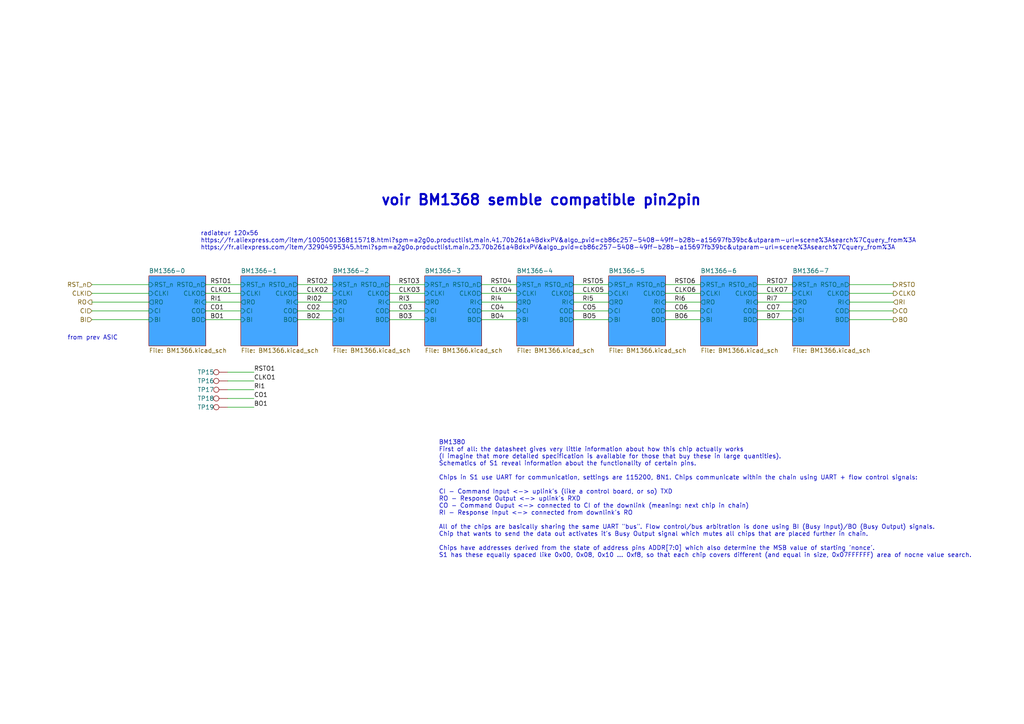
<source format=kicad_sch>
(kicad_sch (version 20231120) (generator "eeschema") (generator_version "8.0")
  (paper "A4")
  (lib_symbols
    (symbol "Connector:TestPoint" (pin_numbers hide) (pin_names (offset 0.762) hide)
      (property "Reference" "TP" (at 0 6.858 0))
      (property "Value" "TestPoint" (at 0 5.08 0))
      (symbol "TestPoint_0_1"
        (circle (center 0 3.302) (radius 0.762))
      )
      (symbol "TestPoint_1_1"
        (pin passive line (at 0 0 90) (length 2.54) (name "1") (number "1"))
      )
    )
  )
  (wire (pts (xy 113.03 82.55) (xy 123.19 82.55)))
  (wire (pts (xy 113.03 85.09) (xy 123.19 85.09)))
  (wire (pts (xy 166.37 87.63) (xy 176.53 87.63)))
  (wire (pts (xy 219.71 87.63) (xy 229.87 87.63)))
  (wire (pts (xy 166.37 92.71) (xy 176.53 92.71)))
  (wire (pts (xy 26.67 85.09) (xy 43.18 85.09)))
  (wire (pts (xy 26.67 90.17) (xy 43.18 90.17)))
  (wire (pts (xy 66.04 113.03) (xy 73.66 113.03)))
  (wire (pts (xy 86.36 90.17) (xy 96.52 90.17)))
  (wire (pts (xy 166.37 90.17) (xy 176.53 90.17)))
  (wire (pts (xy 86.36 87.63) (xy 96.52 87.63)))
  (wire (pts (xy 59.69 82.55) (xy 69.85 82.55)))
  (wire (pts (xy 26.67 87.63) (xy 43.18 87.63)))
  (wire (pts (xy 193.04 85.09) (xy 203.2 85.09)))
  (wire (pts (xy 73.66 118.11) (xy 66.04 118.11)))
  (wire (pts (xy 219.71 85.09) (xy 229.87 85.09)))
  (wire (pts (xy 113.03 90.17) (xy 123.19 90.17)))
  (wire (pts (xy 59.69 85.09) (xy 69.85 85.09)))
  (wire (pts (xy 139.7 87.63) (xy 149.86 87.63)))
  (wire (pts (xy 26.67 92.71) (xy 43.18 92.71)))
  (wire (pts (xy 246.38 92.71) (xy 259.08 92.71)))
  (wire (pts (xy 166.37 82.55) (xy 176.53 82.55)))
  (wire (pts (xy 139.7 92.71) (xy 149.86 92.71)))
  (wire (pts (xy 246.38 85.09) (xy 259.08 85.09)))
  (wire (pts (xy 193.04 87.63) (xy 203.2 87.63)))
  (wire (pts (xy 86.36 85.09) (xy 96.52 85.09)))
  (wire (pts (xy 166.37 85.09) (xy 176.53 85.09)))
  (wire (pts (xy 59.69 90.17) (xy 69.85 90.17)))
  (wire (pts (xy 219.71 92.71) (xy 229.87 92.71)))
  (wire (pts (xy 113.03 92.71) (xy 123.19 92.71)))
  (wire (pts (xy 139.7 90.17) (xy 149.86 90.17)))
  (wire (pts (xy 113.03 87.63) (xy 123.19 87.63)))
  (wire (pts (xy 66.04 107.95) (xy 73.66 107.95)))
  (wire (pts (xy 193.04 90.17) (xy 203.2 90.17)))
  (wire (pts (xy 246.38 90.17) (xy 259.08 90.17)))
  (wire (pts (xy 193.04 92.71) (xy 203.2 92.71)))
  (wire (pts (xy 59.69 87.63) (xy 69.85 87.63)))
  (wire (pts (xy 219.71 82.55) (xy 229.87 82.55)))
  (wire (pts (xy 139.7 85.09) (xy 149.86 85.09)))
  (wire (pts (xy 73.66 115.57) (xy 66.04 115.57)))
  (wire (pts (xy 219.71 90.17) (xy 229.87 90.17)))
  (wire (pts (xy 193.04 82.55) (xy 203.2 82.55)))
  (wire (pts (xy 139.7 82.55) (xy 149.86 82.55)))
  (wire (pts (xy 86.36 82.55) (xy 96.52 82.55)))
  (wire (pts (xy 86.36 92.71) (xy 96.52 92.71)))
  (wire (pts (xy 66.04 110.49) (xy 73.66 110.49)))
  (wire (pts (xy 26.67 82.55) (xy 43.18 82.55)))
  (wire (pts (xy 59.69 92.71) (xy 69.85 92.71)))
  (wire (pts (xy 246.38 87.63) (xy 259.08 87.63)))
  (wire (pts (xy 246.38 82.55) (xy 259.08 82.55)))
  (text "voir BM1368 semble compatible pin2pin" (at 156.972 58.166 0) (effects (font (size 3 3) (thickness 0.6) (bold yes))))
  (text "radiateur 120x56\nhttps://fr.aliexpress.com/item/1005001368115718.html?spm=a2g0o.productlist.main.41.70b261a4BdkxPV&algo_pvid=cb86c257-5408-49ff-b28b-a15697fb39bc&utparam-url=scene%3Asearch%7Cquery_from%3A\nhttps://fr.aliexpress.com/item/32904595345.html?spm=a2g0o.productlist.main.23.70b261a4BdkxPV&algo_pvid=cb86c257-5408-49ff-b28b-a15697fb39bc&utparam-url=scene%3Asearch%7Cquery_from%3A\n" (at 58.166 69.85 0) (effects (font (size 1.27 1.27)) (justify left)))
  (text "BM1380\nFirst of all: the datasheet gives very little information about how this chip actually works \n(I imagine that more detailed specification is available for those that buy these in large quantities). \nSchematics of S1 reveal information about the functionality of certain pins.\n\nChips in S1 use UART for communication, settings are 115200, 8N1. Chips communicate within the chain using UART + flow control signals:\n\nCI - Command Input <-> uplink's (like a control board, or so) TXD\nRO - Response Output <-> uplink's RXD\nCO - Command Ouput <-> connected to CI of the downlink (meaning: next chip in chain)\nRI - Response Input <-> connected from downlink's RO\n\nAll of the chips are basically sharing the same UART \"bus\". Flow control/bus arbitration is done using BI (Busy Input)/BO (Busy Output) signals. \nChip that wants to send the data out activates it's Busy Output signal which mutes all chips that are placed further in chain.\n\nChips have addresses derived from the state of address pins ADDR[7:0] which also determine the MSB value of starting 'nonce'. \nS1 has these equally spaced like 0x00, 0x08, 0x10 … 0xf8, so that each chip covers different (and equal in size, 0x07FFFFFF) area of nocne value search." (at 127.254 144.78 0) (effects (font (size 1.27 1.27)) (justify left)))
  (text "from prev ASIC" (at 19.558 98.044 0) (effects (font (size 1.27 1.27)) (justify left)))
  (label "RSTO4" (at 142.24 82.55 0))
  (label "RI3" (at 115.57 87.63 0))
  (label "CO1" (at 73.66 115.57 0))
  (label "CO6" (at 195.58 90.17 0))
  (label "RI4" (at 142.24 87.63 0))
  (label "RSTO1" (at 73.66 107.95 0))
  (label "RSTO3" (at 115.57 82.55 0))
  (label "RSTO1" (at 60.96 82.55 0))
  (label "BO6" (at 195.58 92.71 0))
  (label "CO1" (at 60.96 90.17 0))
  (label "RI02" (at 88.9 87.63 0))
  (label "CO7" (at 222.25 90.17 0))
  (label "BO1" (at 60.96 92.71 0))
  (label "CLKO5" (at 168.91 85.09 0))
  (label "RSTO5" (at 168.91 82.55 0))
  (label "BO3" (at 115.57 92.71 0))
  (label "RI1" (at 73.66 113.03 0))
  (label "RSTO2" (at 88.9 82.55 0))
  (label "BO7" (at 222.25 92.71 0))
  (label "BO2" (at 88.9 92.71 0))
  (label "CO3" (at 115.57 90.17 0))
  (label "CLKO6" (at 195.58 85.09 0))
  (label "CO5" (at 168.91 90.17 0))
  (label "RI1" (at 60.96 87.63 0))
  (label "BO5" (at 168.91 92.71 0))
  (label "RSTO6" (at 195.58 82.55 0))
  (label "CLKO2" (at 88.9 85.09 0))
  (label "CO4" (at 142.24 90.17 0))
  (label "RI6" (at 195.58 87.63 0))
  (label "CLKO3" (at 115.57 85.09 0))
  (label "BO4" (at 142.24 92.71 0))
  (label "RI7" (at 222.25 87.63 0))
  (label "BO1" (at 73.66 118.11 0))
  (label "RI5" (at 168.91 87.63 0))
  (label "CLKO1" (at 60.96 85.09 0))
  (label "CO2" (at 88.9 90.17 0))
  (label "RSTO7" (at 222.25 82.55 0))
  (label "CLKO4" (at 142.24 85.09 0))
  (label "CLKO1" (at 73.66 110.49 0))
  (label "CLKO7" (at 222.25 85.09 0))
  (hierarchical_label "BO" (shape output) (at 259.08 92.71 0))
  (hierarchical_label "CLKO" (shape output) (at 259.08 85.09 0))
  (hierarchical_label "RSTO" (shape output) (at 259.08 82.55 0))
  (hierarchical_label "BI" (shape input) (at 26.67 92.71 180))
  (hierarchical_label "RI" (shape input) (at 259.08 87.63 0))
  (hierarchical_label "CO" (shape output) (at 259.08 90.17 0))
  (hierarchical_label "RST_n" (shape input) (at 26.67 82.55 180))
  (hierarchical_label "CI" (shape input) (at 26.67 90.17 180))
  (hierarchical_label "CLKI" (shape input) (at 26.67 85.09 180))
  (hierarchical_label "RO" (shape output) (at 26.67 87.63 180))
  (symbol (lib_id "Connector:TestPoint") (at 66.04 107.95 90) (mirror x) (unit 1) (in_bom no)
    (property "Reference" "TP15" (at 59.69 107.95 90))
    (property "Value" "TestPoint" (effects (hide yes)))
    (property "Footprint" "TestPoint:TestPoint_Pad_D1.0mm" (effects (hide yes)))
    (instances (project "EKO_Miner_BM1366-13xx_16-01B" (path "" (reference "TP15") (unit 1)) (path "" (reference "TP20") (unit 1))))
  )
  (symbol (lib_id "Connector:TestPoint") (at 66.04 110.49 90) (unit 1) (in_bom no)
    (property "Reference" "TP16" (at 59.69 110.49 90))
    (property "Value" "TestPoint" (effects (hide yes)))
    (property "Footprint" "TestPoint:TestPoint_Pad_D1.0mm" (effects (hide yes)))
    (instances (project "EKO_Miner_BM1366-13xx_16-01B" (path "" (reference "TP16") (unit 1)) (path "" (reference "TP21") (unit 1))))
  )
  (symbol (lib_id "Connector:TestPoint") (at 66.04 118.11 90) (unit 1) (in_bom no)
    (property "Reference" "TP19" (at 59.69 118.11 90))
    (property "Value" "TestPoint" (effects (hide yes)))
    (property "Footprint" "TestPoint:TestPoint_Pad_D1.0mm" (effects (hide yes)))
    (instances (project "EKO_Miner_BM1366-13xx_16-01B" (path "" (reference "TP19") (unit 1)) (path "" (reference "TP24") (unit 1))))
  )
  (symbol (lib_id "Connector:TestPoint") (at 66.04 113.03 90) (mirror x) (unit 1) (in_bom no)
    (property "Reference" "TP17" (at 59.69 113.03 90))
    (property "Value" "TestPoint" (effects (hide yes)))
    (property "Footprint" "TestPoint:TestPoint_Pad_D1.0mm" (effects (hide yes)))
    (instances (project "EKO_Miner_BM1366-13xx_16-01B" (path "" (reference "TP17") (unit 1)) (path "" (reference "TP22") (unit 1))))
  )
  (symbol (lib_id "Connector:TestPoint") (at 66.04 115.57 90) (unit 1) (in_bom no)
    (property "Reference" "TP18" (at 59.69 115.57 90))
    (property "Value" "TestPoint" (effects (hide yes)))
    (property "Footprint" "TestPoint:TestPoint_Pad_D1.0mm" (effects (hide yes)))
    (instances (project "EKO_Miner_BM1366-13xx_16-01B" (path "" (reference "TP18") (unit 1)) (path "" (reference "TP23") (unit 1))))
  )
  (sheet (at 123.19 80.01) (size 16.51 20.32) (stroke (width 0.1524)) (fill (color 67 166 255 1.0000))
    (property "Sheetname" "BM1366-3" (at 123.19 79.2984 0) (effects (justify left bottom)))
    (property "Sheetfile" "BM1366.kicad_sch" (at 123.19 100.9146 0) (effects (justify left top)))
    (pin "CLKO" output (at 139.7 85.09 0))
    (pin "RO" output (at 123.19 87.63 180))
    (pin "CO" output (at 139.7 90.17 0))
    (pin "BO" output (at 139.7 92.71 0))
    (pin "RSTO_n" output (at 139.7 82.55 0))
    (pin "CLKI" input (at 123.19 85.09 180))
    (pin "CI" input (at 123.19 90.17 180))
    (pin "RI" input (at 139.7 87.63 0))
    (pin "RST_n" input (at 123.19 82.55 180))
    (pin "BI" input (at 123.19 92.71 180))
  )
  (sheet (at 149.86 80.01) (size 16.51 20.32) (stroke (width 0.1524)) (fill (color 67 166 255 1.0000))
    (property "Sheetname" "BM1366-4" (at 149.86 79.2984 0) (effects (justify left bottom)))
    (property "Sheetfile" "BM1366.kicad_sch" (at 149.86 100.9146 0) (effects (justify left top)))
    (pin "CLKO" output (at 166.37 85.09 0))
    (pin "RO" output (at 149.86 87.63 180))
    (pin "CO" output (at 166.37 90.17 0))
    (pin "BO" output (at 166.37 92.71 0))
    (pin "RSTO_n" output (at 166.37 82.55 0))
    (pin "CLKI" input (at 149.86 85.09 180))
    (pin "CI" input (at 149.86 90.17 180))
    (pin "RI" input (at 166.37 87.63 0))
    (pin "RST_n" input (at 149.86 82.55 180))
    (pin "BI" input (at 149.86 92.71 180))
  )
  (sheet (at 43.18 80.01) (size 16.51 20.32) (stroke (width 0.1524)) (fill (color 67 166 255 1.0000))
    (property "Sheetname" "BM1366-0" (at 43.18 79.2984 0) (effects (justify left bottom)))
    (property "Sheetfile" "BM1366.kicad_sch" (at 43.18 100.9146 0) (effects (justify left top)))
    (pin "CLKO" output (at 59.69 85.09 0))
    (pin "RO" output (at 43.18 87.63 180))
    (pin "CO" output (at 59.69 90.17 0))
    (pin "BO" output (at 59.69 92.71 0))
    (pin "RSTO_n" output (at 59.69 82.55 0))
    (pin "CLKI" input (at 43.18 85.09 180))
    (pin "CI" input (at 43.18 90.17 180))
    (pin "RI" input (at 59.69 87.63 0))
    (pin "RST_n" input (at 43.18 82.55 180))
    (pin "BI" input (at 43.18 92.71 180))
  )
  (sheet (at 203.2 80.01) (size 16.51 20.32) (stroke (width 0.1524)) (fill (color 67 166 255 1.0000))
    (property "Sheetname" "BM1366-6" (at 203.2 79.2984 0) (effects (justify left bottom)))
    (property "Sheetfile" "BM1366.kicad_sch" (at 203.2 100.9146 0) (effects (justify left top)))
    (pin "CLKO" output (at 219.71 85.09 0))
    (pin "RO" output (at 203.2 87.63 180))
    (pin "CO" output (at 219.71 90.17 0))
    (pin "BO" output (at 219.71 92.71 0))
    (pin "RSTO_n" output (at 219.71 82.55 0))
    (pin "CLKI" input (at 203.2 85.09 180))
    (pin "CI" input (at 203.2 90.17 180))
    (pin "RI" input (at 219.71 87.63 0))
    (pin "RST_n" input (at 203.2 82.55 180))
    (pin "BI" input (at 203.2 92.71 180))
  )
  (sheet (at 229.87 80.01) (size 16.51 20.32) (stroke (width 0.1524)) (fill (color 67 166 255 1.0000))
    (property "Sheetname" "BM1366-7" (at 229.87 79.2984 0) (effects (justify left bottom)))
    (property "Sheetfile" "BM1366.kicad_sch" (at 229.87 100.9146 0) (effects (justify left top)))
    (pin "CLKO" output (at 246.38 85.09 0))
    (pin "RO" output (at 229.87 87.63 180))
    (pin "CO" output (at 246.38 90.17 0))
    (pin "BO" output (at 246.38 92.71 0))
    (pin "RSTO_n" output (at 246.38 82.55 0))
    (pin "CLKI" input (at 229.87 85.09 180))
    (pin "CI" input (at 229.87 90.17 180))
    (pin "RI" input (at 246.38 87.63 0))
    (pin "RST_n" input (at 229.87 82.55 180))
    (pin "BI" input (at 229.87 92.71 180))
  )
  (sheet (at 176.53 80.01) (size 16.51 20.32) (stroke (width 0.1524)) (fill (color 67 166 255 1.0000))
    (property "Sheetname" "BM1366-5" (at 176.53 79.2984 0) (effects (justify left bottom)))
    (property "Sheetfile" "BM1366.kicad_sch" (at 176.53 100.9146 0) (effects (justify left top)))
    (pin "CLKO" output (at 193.04 85.09 0))
    (pin "RO" output (at 176.53 87.63 180))
    (pin "CO" output (at 193.04 90.17 0))
    (pin "BO" output (at 193.04 92.71 0))
    (pin "RSTO_n" output (at 193.04 82.55 0))
    (pin "CLKI" input (at 176.53 85.09 180))
    (pin "CI" input (at 176.53 90.17 180))
    (pin "RI" input (at 193.04 87.63 0))
    (pin "RST_n" input (at 176.53 82.55 180))
    (pin "BI" input (at 176.53 92.71 180))
  )
  (sheet (at 96.52 80.01) (size 16.51 20.32) (stroke (width 0.1524)) (fill (color 67 166 255 1.0000))
    (property "Sheetname" "BM1366-2" (at 96.52 79.2984 0) (effects (justify left bottom)))
    (property "Sheetfile" "BM1366.kicad_sch" (at 96.52 100.9146 0) (effects (justify left top)))
    (pin "CLKO" output (at 113.03 85.09 0))
    (pin "RO" output (at 96.52 87.63 180))
    (pin "CO" output (at 113.03 90.17 0))
    (pin "BO" output (at 113.03 92.71 0))
    (pin "RSTO_n" output (at 113.03 82.55 0))
    (pin "CLKI" input (at 96.52 85.09 180))
    (pin "CI" input (at 96.52 90.17 180))
    (pin "RI" input (at 113.03 87.63 0))
    (pin "RST_n" input (at 96.52 82.55 180))
    (pin "BI" input (at 96.52 92.71 180))
  )
  (sheet (at 69.85 80.01) (size 16.51 20.32) (stroke (width 0.1524)) (fill (color 67 166 255 1.0000))
    (property "Sheetname" "BM1366-1" (at 69.85 79.2984 0) (effects (justify left bottom)))
    (property "Sheetfile" "BM1366.kicad_sch" (at 69.85 100.9146 0) (effects (justify left top)))
    (pin "CLKO" output (at 86.36 85.09 0))
    (pin "RO" output (at 69.85 87.63 180))
    (pin "CO" output (at 86.36 90.17 0))
    (pin "BO" output (at 86.36 92.71 0))
    (pin "RSTO_n" output (at 86.36 82.55 0))
    (pin "CLKI" input (at 69.85 85.09 180))
    (pin "CI" input (at 69.85 90.17 180))
    (pin "RI" input (at 86.36 87.63 0))
    (pin "RST_n" input (at 69.85 82.55 180))
    (pin "BI" input (at 69.85 92.71 180))
  )
)
</source>
